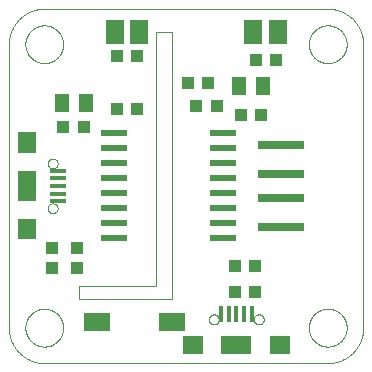
<source format=gtp>
G75*
%MOIN*%
%OFA0B0*%
%FSLAX25Y25*%
%IPPOS*%
%LPD*%
%AMOC8*
5,1,8,0,0,1.08239X$1,22.5*
%
%ADD10C,0.00000*%
%ADD11R,0.05118X0.06299*%
%ADD12R,0.04134X0.04252*%
%ADD13R,0.08661X0.02362*%
%ADD14R,0.06000X0.08000*%
%ADD15R,0.03937X0.04331*%
%ADD16R,0.04331X0.03937*%
%ADD17R,0.05512X0.01575*%
%ADD18R,0.05906X0.07087*%
%ADD19R,0.02756X0.05906*%
%ADD20R,0.05906X0.09843*%
%ADD21R,0.01575X0.05512*%
%ADD22R,0.07087X0.05906*%
%ADD23R,0.05906X0.02756*%
%ADD24R,0.09843X0.05906*%
%ADD25R,0.09055X0.06299*%
%ADD26R,0.15748X0.03150*%
D10*
X0054181Y0045967D02*
X0054181Y0140455D01*
X0059693Y0140455D02*
X0059695Y0140613D01*
X0059701Y0140771D01*
X0059711Y0140929D01*
X0059725Y0141087D01*
X0059743Y0141244D01*
X0059764Y0141401D01*
X0059790Y0141557D01*
X0059820Y0141713D01*
X0059853Y0141868D01*
X0059891Y0142021D01*
X0059932Y0142174D01*
X0059977Y0142326D01*
X0060026Y0142477D01*
X0060079Y0142626D01*
X0060135Y0142774D01*
X0060195Y0142920D01*
X0060259Y0143065D01*
X0060327Y0143208D01*
X0060398Y0143350D01*
X0060472Y0143490D01*
X0060550Y0143627D01*
X0060632Y0143763D01*
X0060716Y0143897D01*
X0060805Y0144028D01*
X0060896Y0144157D01*
X0060991Y0144284D01*
X0061088Y0144409D01*
X0061189Y0144531D01*
X0061293Y0144650D01*
X0061400Y0144767D01*
X0061510Y0144881D01*
X0061623Y0144992D01*
X0061738Y0145101D01*
X0061856Y0145206D01*
X0061977Y0145308D01*
X0062100Y0145408D01*
X0062226Y0145504D01*
X0062354Y0145597D01*
X0062484Y0145687D01*
X0062617Y0145773D01*
X0062752Y0145857D01*
X0062888Y0145936D01*
X0063027Y0146013D01*
X0063168Y0146085D01*
X0063310Y0146155D01*
X0063454Y0146220D01*
X0063600Y0146282D01*
X0063747Y0146340D01*
X0063896Y0146395D01*
X0064046Y0146446D01*
X0064197Y0146493D01*
X0064349Y0146536D01*
X0064502Y0146575D01*
X0064657Y0146611D01*
X0064812Y0146642D01*
X0064968Y0146670D01*
X0065124Y0146694D01*
X0065281Y0146714D01*
X0065439Y0146730D01*
X0065596Y0146742D01*
X0065755Y0146750D01*
X0065913Y0146754D01*
X0066071Y0146754D01*
X0066229Y0146750D01*
X0066388Y0146742D01*
X0066545Y0146730D01*
X0066703Y0146714D01*
X0066860Y0146694D01*
X0067016Y0146670D01*
X0067172Y0146642D01*
X0067327Y0146611D01*
X0067482Y0146575D01*
X0067635Y0146536D01*
X0067787Y0146493D01*
X0067938Y0146446D01*
X0068088Y0146395D01*
X0068237Y0146340D01*
X0068384Y0146282D01*
X0068530Y0146220D01*
X0068674Y0146155D01*
X0068816Y0146085D01*
X0068957Y0146013D01*
X0069096Y0145936D01*
X0069232Y0145857D01*
X0069367Y0145773D01*
X0069500Y0145687D01*
X0069630Y0145597D01*
X0069758Y0145504D01*
X0069884Y0145408D01*
X0070007Y0145308D01*
X0070128Y0145206D01*
X0070246Y0145101D01*
X0070361Y0144992D01*
X0070474Y0144881D01*
X0070584Y0144767D01*
X0070691Y0144650D01*
X0070795Y0144531D01*
X0070896Y0144409D01*
X0070993Y0144284D01*
X0071088Y0144157D01*
X0071179Y0144028D01*
X0071268Y0143897D01*
X0071352Y0143763D01*
X0071434Y0143627D01*
X0071512Y0143490D01*
X0071586Y0143350D01*
X0071657Y0143208D01*
X0071725Y0143065D01*
X0071789Y0142920D01*
X0071849Y0142774D01*
X0071905Y0142626D01*
X0071958Y0142477D01*
X0072007Y0142326D01*
X0072052Y0142174D01*
X0072093Y0142021D01*
X0072131Y0141868D01*
X0072164Y0141713D01*
X0072194Y0141557D01*
X0072220Y0141401D01*
X0072241Y0141244D01*
X0072259Y0141087D01*
X0072273Y0140929D01*
X0072283Y0140771D01*
X0072289Y0140613D01*
X0072291Y0140455D01*
X0072289Y0140297D01*
X0072283Y0140139D01*
X0072273Y0139981D01*
X0072259Y0139823D01*
X0072241Y0139666D01*
X0072220Y0139509D01*
X0072194Y0139353D01*
X0072164Y0139197D01*
X0072131Y0139042D01*
X0072093Y0138889D01*
X0072052Y0138736D01*
X0072007Y0138584D01*
X0071958Y0138433D01*
X0071905Y0138284D01*
X0071849Y0138136D01*
X0071789Y0137990D01*
X0071725Y0137845D01*
X0071657Y0137702D01*
X0071586Y0137560D01*
X0071512Y0137420D01*
X0071434Y0137283D01*
X0071352Y0137147D01*
X0071268Y0137013D01*
X0071179Y0136882D01*
X0071088Y0136753D01*
X0070993Y0136626D01*
X0070896Y0136501D01*
X0070795Y0136379D01*
X0070691Y0136260D01*
X0070584Y0136143D01*
X0070474Y0136029D01*
X0070361Y0135918D01*
X0070246Y0135809D01*
X0070128Y0135704D01*
X0070007Y0135602D01*
X0069884Y0135502D01*
X0069758Y0135406D01*
X0069630Y0135313D01*
X0069500Y0135223D01*
X0069367Y0135137D01*
X0069232Y0135053D01*
X0069096Y0134974D01*
X0068957Y0134897D01*
X0068816Y0134825D01*
X0068674Y0134755D01*
X0068530Y0134690D01*
X0068384Y0134628D01*
X0068237Y0134570D01*
X0068088Y0134515D01*
X0067938Y0134464D01*
X0067787Y0134417D01*
X0067635Y0134374D01*
X0067482Y0134335D01*
X0067327Y0134299D01*
X0067172Y0134268D01*
X0067016Y0134240D01*
X0066860Y0134216D01*
X0066703Y0134196D01*
X0066545Y0134180D01*
X0066388Y0134168D01*
X0066229Y0134160D01*
X0066071Y0134156D01*
X0065913Y0134156D01*
X0065755Y0134160D01*
X0065596Y0134168D01*
X0065439Y0134180D01*
X0065281Y0134196D01*
X0065124Y0134216D01*
X0064968Y0134240D01*
X0064812Y0134268D01*
X0064657Y0134299D01*
X0064502Y0134335D01*
X0064349Y0134374D01*
X0064197Y0134417D01*
X0064046Y0134464D01*
X0063896Y0134515D01*
X0063747Y0134570D01*
X0063600Y0134628D01*
X0063454Y0134690D01*
X0063310Y0134755D01*
X0063168Y0134825D01*
X0063027Y0134897D01*
X0062888Y0134974D01*
X0062752Y0135053D01*
X0062617Y0135137D01*
X0062484Y0135223D01*
X0062354Y0135313D01*
X0062226Y0135406D01*
X0062100Y0135502D01*
X0061977Y0135602D01*
X0061856Y0135704D01*
X0061738Y0135809D01*
X0061623Y0135918D01*
X0061510Y0136029D01*
X0061400Y0136143D01*
X0061293Y0136260D01*
X0061189Y0136379D01*
X0061088Y0136501D01*
X0060991Y0136626D01*
X0060896Y0136753D01*
X0060805Y0136882D01*
X0060716Y0137013D01*
X0060632Y0137147D01*
X0060550Y0137283D01*
X0060472Y0137420D01*
X0060398Y0137560D01*
X0060327Y0137702D01*
X0060259Y0137845D01*
X0060195Y0137990D01*
X0060135Y0138136D01*
X0060079Y0138284D01*
X0060026Y0138433D01*
X0059977Y0138584D01*
X0059932Y0138736D01*
X0059891Y0138889D01*
X0059853Y0139042D01*
X0059820Y0139197D01*
X0059790Y0139353D01*
X0059764Y0139509D01*
X0059743Y0139666D01*
X0059725Y0139823D01*
X0059711Y0139981D01*
X0059701Y0140139D01*
X0059695Y0140297D01*
X0059693Y0140455D01*
X0054181Y0140455D02*
X0054184Y0140740D01*
X0054195Y0141026D01*
X0054212Y0141311D01*
X0054236Y0141595D01*
X0054267Y0141879D01*
X0054305Y0142162D01*
X0054350Y0142443D01*
X0054401Y0142724D01*
X0054459Y0143004D01*
X0054524Y0143282D01*
X0054596Y0143558D01*
X0054674Y0143832D01*
X0054759Y0144105D01*
X0054851Y0144375D01*
X0054949Y0144643D01*
X0055053Y0144909D01*
X0055164Y0145172D01*
X0055281Y0145432D01*
X0055404Y0145690D01*
X0055534Y0145944D01*
X0055670Y0146195D01*
X0055811Y0146443D01*
X0055959Y0146687D01*
X0056112Y0146928D01*
X0056272Y0147164D01*
X0056437Y0147397D01*
X0056607Y0147626D01*
X0056783Y0147851D01*
X0056965Y0148071D01*
X0057151Y0148287D01*
X0057343Y0148498D01*
X0057540Y0148705D01*
X0057742Y0148907D01*
X0057949Y0149104D01*
X0058160Y0149296D01*
X0058376Y0149482D01*
X0058596Y0149664D01*
X0058821Y0149840D01*
X0059050Y0150010D01*
X0059283Y0150175D01*
X0059519Y0150335D01*
X0059760Y0150488D01*
X0060004Y0150636D01*
X0060252Y0150777D01*
X0060503Y0150913D01*
X0060757Y0151043D01*
X0061015Y0151166D01*
X0061275Y0151283D01*
X0061538Y0151394D01*
X0061804Y0151498D01*
X0062072Y0151596D01*
X0062342Y0151688D01*
X0062615Y0151773D01*
X0062889Y0151851D01*
X0063165Y0151923D01*
X0063443Y0151988D01*
X0063723Y0152046D01*
X0064004Y0152097D01*
X0064285Y0152142D01*
X0064568Y0152180D01*
X0064852Y0152211D01*
X0065136Y0152235D01*
X0065421Y0152252D01*
X0065707Y0152263D01*
X0065992Y0152266D01*
X0160480Y0152266D01*
X0154181Y0140455D02*
X0154183Y0140613D01*
X0154189Y0140771D01*
X0154199Y0140929D01*
X0154213Y0141087D01*
X0154231Y0141244D01*
X0154252Y0141401D01*
X0154278Y0141557D01*
X0154308Y0141713D01*
X0154341Y0141868D01*
X0154379Y0142021D01*
X0154420Y0142174D01*
X0154465Y0142326D01*
X0154514Y0142477D01*
X0154567Y0142626D01*
X0154623Y0142774D01*
X0154683Y0142920D01*
X0154747Y0143065D01*
X0154815Y0143208D01*
X0154886Y0143350D01*
X0154960Y0143490D01*
X0155038Y0143627D01*
X0155120Y0143763D01*
X0155204Y0143897D01*
X0155293Y0144028D01*
X0155384Y0144157D01*
X0155479Y0144284D01*
X0155576Y0144409D01*
X0155677Y0144531D01*
X0155781Y0144650D01*
X0155888Y0144767D01*
X0155998Y0144881D01*
X0156111Y0144992D01*
X0156226Y0145101D01*
X0156344Y0145206D01*
X0156465Y0145308D01*
X0156588Y0145408D01*
X0156714Y0145504D01*
X0156842Y0145597D01*
X0156972Y0145687D01*
X0157105Y0145773D01*
X0157240Y0145857D01*
X0157376Y0145936D01*
X0157515Y0146013D01*
X0157656Y0146085D01*
X0157798Y0146155D01*
X0157942Y0146220D01*
X0158088Y0146282D01*
X0158235Y0146340D01*
X0158384Y0146395D01*
X0158534Y0146446D01*
X0158685Y0146493D01*
X0158837Y0146536D01*
X0158990Y0146575D01*
X0159145Y0146611D01*
X0159300Y0146642D01*
X0159456Y0146670D01*
X0159612Y0146694D01*
X0159769Y0146714D01*
X0159927Y0146730D01*
X0160084Y0146742D01*
X0160243Y0146750D01*
X0160401Y0146754D01*
X0160559Y0146754D01*
X0160717Y0146750D01*
X0160876Y0146742D01*
X0161033Y0146730D01*
X0161191Y0146714D01*
X0161348Y0146694D01*
X0161504Y0146670D01*
X0161660Y0146642D01*
X0161815Y0146611D01*
X0161970Y0146575D01*
X0162123Y0146536D01*
X0162275Y0146493D01*
X0162426Y0146446D01*
X0162576Y0146395D01*
X0162725Y0146340D01*
X0162872Y0146282D01*
X0163018Y0146220D01*
X0163162Y0146155D01*
X0163304Y0146085D01*
X0163445Y0146013D01*
X0163584Y0145936D01*
X0163720Y0145857D01*
X0163855Y0145773D01*
X0163988Y0145687D01*
X0164118Y0145597D01*
X0164246Y0145504D01*
X0164372Y0145408D01*
X0164495Y0145308D01*
X0164616Y0145206D01*
X0164734Y0145101D01*
X0164849Y0144992D01*
X0164962Y0144881D01*
X0165072Y0144767D01*
X0165179Y0144650D01*
X0165283Y0144531D01*
X0165384Y0144409D01*
X0165481Y0144284D01*
X0165576Y0144157D01*
X0165667Y0144028D01*
X0165756Y0143897D01*
X0165840Y0143763D01*
X0165922Y0143627D01*
X0166000Y0143490D01*
X0166074Y0143350D01*
X0166145Y0143208D01*
X0166213Y0143065D01*
X0166277Y0142920D01*
X0166337Y0142774D01*
X0166393Y0142626D01*
X0166446Y0142477D01*
X0166495Y0142326D01*
X0166540Y0142174D01*
X0166581Y0142021D01*
X0166619Y0141868D01*
X0166652Y0141713D01*
X0166682Y0141557D01*
X0166708Y0141401D01*
X0166729Y0141244D01*
X0166747Y0141087D01*
X0166761Y0140929D01*
X0166771Y0140771D01*
X0166777Y0140613D01*
X0166779Y0140455D01*
X0166777Y0140297D01*
X0166771Y0140139D01*
X0166761Y0139981D01*
X0166747Y0139823D01*
X0166729Y0139666D01*
X0166708Y0139509D01*
X0166682Y0139353D01*
X0166652Y0139197D01*
X0166619Y0139042D01*
X0166581Y0138889D01*
X0166540Y0138736D01*
X0166495Y0138584D01*
X0166446Y0138433D01*
X0166393Y0138284D01*
X0166337Y0138136D01*
X0166277Y0137990D01*
X0166213Y0137845D01*
X0166145Y0137702D01*
X0166074Y0137560D01*
X0166000Y0137420D01*
X0165922Y0137283D01*
X0165840Y0137147D01*
X0165756Y0137013D01*
X0165667Y0136882D01*
X0165576Y0136753D01*
X0165481Y0136626D01*
X0165384Y0136501D01*
X0165283Y0136379D01*
X0165179Y0136260D01*
X0165072Y0136143D01*
X0164962Y0136029D01*
X0164849Y0135918D01*
X0164734Y0135809D01*
X0164616Y0135704D01*
X0164495Y0135602D01*
X0164372Y0135502D01*
X0164246Y0135406D01*
X0164118Y0135313D01*
X0163988Y0135223D01*
X0163855Y0135137D01*
X0163720Y0135053D01*
X0163584Y0134974D01*
X0163445Y0134897D01*
X0163304Y0134825D01*
X0163162Y0134755D01*
X0163018Y0134690D01*
X0162872Y0134628D01*
X0162725Y0134570D01*
X0162576Y0134515D01*
X0162426Y0134464D01*
X0162275Y0134417D01*
X0162123Y0134374D01*
X0161970Y0134335D01*
X0161815Y0134299D01*
X0161660Y0134268D01*
X0161504Y0134240D01*
X0161348Y0134216D01*
X0161191Y0134196D01*
X0161033Y0134180D01*
X0160876Y0134168D01*
X0160717Y0134160D01*
X0160559Y0134156D01*
X0160401Y0134156D01*
X0160243Y0134160D01*
X0160084Y0134168D01*
X0159927Y0134180D01*
X0159769Y0134196D01*
X0159612Y0134216D01*
X0159456Y0134240D01*
X0159300Y0134268D01*
X0159145Y0134299D01*
X0158990Y0134335D01*
X0158837Y0134374D01*
X0158685Y0134417D01*
X0158534Y0134464D01*
X0158384Y0134515D01*
X0158235Y0134570D01*
X0158088Y0134628D01*
X0157942Y0134690D01*
X0157798Y0134755D01*
X0157656Y0134825D01*
X0157515Y0134897D01*
X0157376Y0134974D01*
X0157240Y0135053D01*
X0157105Y0135137D01*
X0156972Y0135223D01*
X0156842Y0135313D01*
X0156714Y0135406D01*
X0156588Y0135502D01*
X0156465Y0135602D01*
X0156344Y0135704D01*
X0156226Y0135809D01*
X0156111Y0135918D01*
X0155998Y0136029D01*
X0155888Y0136143D01*
X0155781Y0136260D01*
X0155677Y0136379D01*
X0155576Y0136501D01*
X0155479Y0136626D01*
X0155384Y0136753D01*
X0155293Y0136882D01*
X0155204Y0137013D01*
X0155120Y0137147D01*
X0155038Y0137283D01*
X0154960Y0137420D01*
X0154886Y0137560D01*
X0154815Y0137702D01*
X0154747Y0137845D01*
X0154683Y0137990D01*
X0154623Y0138136D01*
X0154567Y0138284D01*
X0154514Y0138433D01*
X0154465Y0138584D01*
X0154420Y0138736D01*
X0154379Y0138889D01*
X0154341Y0139042D01*
X0154308Y0139197D01*
X0154278Y0139353D01*
X0154252Y0139509D01*
X0154231Y0139666D01*
X0154213Y0139823D01*
X0154199Y0139981D01*
X0154189Y0140139D01*
X0154183Y0140297D01*
X0154181Y0140455D01*
X0160480Y0152266D02*
X0160765Y0152263D01*
X0161051Y0152252D01*
X0161336Y0152235D01*
X0161620Y0152211D01*
X0161904Y0152180D01*
X0162187Y0152142D01*
X0162468Y0152097D01*
X0162749Y0152046D01*
X0163029Y0151988D01*
X0163307Y0151923D01*
X0163583Y0151851D01*
X0163857Y0151773D01*
X0164130Y0151688D01*
X0164400Y0151596D01*
X0164668Y0151498D01*
X0164934Y0151394D01*
X0165197Y0151283D01*
X0165457Y0151166D01*
X0165715Y0151043D01*
X0165969Y0150913D01*
X0166220Y0150777D01*
X0166468Y0150636D01*
X0166712Y0150488D01*
X0166953Y0150335D01*
X0167189Y0150175D01*
X0167422Y0150010D01*
X0167651Y0149840D01*
X0167876Y0149664D01*
X0168096Y0149482D01*
X0168312Y0149296D01*
X0168523Y0149104D01*
X0168730Y0148907D01*
X0168932Y0148705D01*
X0169129Y0148498D01*
X0169321Y0148287D01*
X0169507Y0148071D01*
X0169689Y0147851D01*
X0169865Y0147626D01*
X0170035Y0147397D01*
X0170200Y0147164D01*
X0170360Y0146928D01*
X0170513Y0146687D01*
X0170661Y0146443D01*
X0170802Y0146195D01*
X0170938Y0145944D01*
X0171068Y0145690D01*
X0171191Y0145432D01*
X0171308Y0145172D01*
X0171419Y0144909D01*
X0171523Y0144643D01*
X0171621Y0144375D01*
X0171713Y0144105D01*
X0171798Y0143832D01*
X0171876Y0143558D01*
X0171948Y0143282D01*
X0172013Y0143004D01*
X0172071Y0142724D01*
X0172122Y0142443D01*
X0172167Y0142162D01*
X0172205Y0141879D01*
X0172236Y0141595D01*
X0172260Y0141311D01*
X0172277Y0141026D01*
X0172288Y0140740D01*
X0172291Y0140455D01*
X0172291Y0045967D01*
X0154181Y0045967D02*
X0154183Y0046125D01*
X0154189Y0046283D01*
X0154199Y0046441D01*
X0154213Y0046599D01*
X0154231Y0046756D01*
X0154252Y0046913D01*
X0154278Y0047069D01*
X0154308Y0047225D01*
X0154341Y0047380D01*
X0154379Y0047533D01*
X0154420Y0047686D01*
X0154465Y0047838D01*
X0154514Y0047989D01*
X0154567Y0048138D01*
X0154623Y0048286D01*
X0154683Y0048432D01*
X0154747Y0048577D01*
X0154815Y0048720D01*
X0154886Y0048862D01*
X0154960Y0049002D01*
X0155038Y0049139D01*
X0155120Y0049275D01*
X0155204Y0049409D01*
X0155293Y0049540D01*
X0155384Y0049669D01*
X0155479Y0049796D01*
X0155576Y0049921D01*
X0155677Y0050043D01*
X0155781Y0050162D01*
X0155888Y0050279D01*
X0155998Y0050393D01*
X0156111Y0050504D01*
X0156226Y0050613D01*
X0156344Y0050718D01*
X0156465Y0050820D01*
X0156588Y0050920D01*
X0156714Y0051016D01*
X0156842Y0051109D01*
X0156972Y0051199D01*
X0157105Y0051285D01*
X0157240Y0051369D01*
X0157376Y0051448D01*
X0157515Y0051525D01*
X0157656Y0051597D01*
X0157798Y0051667D01*
X0157942Y0051732D01*
X0158088Y0051794D01*
X0158235Y0051852D01*
X0158384Y0051907D01*
X0158534Y0051958D01*
X0158685Y0052005D01*
X0158837Y0052048D01*
X0158990Y0052087D01*
X0159145Y0052123D01*
X0159300Y0052154D01*
X0159456Y0052182D01*
X0159612Y0052206D01*
X0159769Y0052226D01*
X0159927Y0052242D01*
X0160084Y0052254D01*
X0160243Y0052262D01*
X0160401Y0052266D01*
X0160559Y0052266D01*
X0160717Y0052262D01*
X0160876Y0052254D01*
X0161033Y0052242D01*
X0161191Y0052226D01*
X0161348Y0052206D01*
X0161504Y0052182D01*
X0161660Y0052154D01*
X0161815Y0052123D01*
X0161970Y0052087D01*
X0162123Y0052048D01*
X0162275Y0052005D01*
X0162426Y0051958D01*
X0162576Y0051907D01*
X0162725Y0051852D01*
X0162872Y0051794D01*
X0163018Y0051732D01*
X0163162Y0051667D01*
X0163304Y0051597D01*
X0163445Y0051525D01*
X0163584Y0051448D01*
X0163720Y0051369D01*
X0163855Y0051285D01*
X0163988Y0051199D01*
X0164118Y0051109D01*
X0164246Y0051016D01*
X0164372Y0050920D01*
X0164495Y0050820D01*
X0164616Y0050718D01*
X0164734Y0050613D01*
X0164849Y0050504D01*
X0164962Y0050393D01*
X0165072Y0050279D01*
X0165179Y0050162D01*
X0165283Y0050043D01*
X0165384Y0049921D01*
X0165481Y0049796D01*
X0165576Y0049669D01*
X0165667Y0049540D01*
X0165756Y0049409D01*
X0165840Y0049275D01*
X0165922Y0049139D01*
X0166000Y0049002D01*
X0166074Y0048862D01*
X0166145Y0048720D01*
X0166213Y0048577D01*
X0166277Y0048432D01*
X0166337Y0048286D01*
X0166393Y0048138D01*
X0166446Y0047989D01*
X0166495Y0047838D01*
X0166540Y0047686D01*
X0166581Y0047533D01*
X0166619Y0047380D01*
X0166652Y0047225D01*
X0166682Y0047069D01*
X0166708Y0046913D01*
X0166729Y0046756D01*
X0166747Y0046599D01*
X0166761Y0046441D01*
X0166771Y0046283D01*
X0166777Y0046125D01*
X0166779Y0045967D01*
X0166777Y0045809D01*
X0166771Y0045651D01*
X0166761Y0045493D01*
X0166747Y0045335D01*
X0166729Y0045178D01*
X0166708Y0045021D01*
X0166682Y0044865D01*
X0166652Y0044709D01*
X0166619Y0044554D01*
X0166581Y0044401D01*
X0166540Y0044248D01*
X0166495Y0044096D01*
X0166446Y0043945D01*
X0166393Y0043796D01*
X0166337Y0043648D01*
X0166277Y0043502D01*
X0166213Y0043357D01*
X0166145Y0043214D01*
X0166074Y0043072D01*
X0166000Y0042932D01*
X0165922Y0042795D01*
X0165840Y0042659D01*
X0165756Y0042525D01*
X0165667Y0042394D01*
X0165576Y0042265D01*
X0165481Y0042138D01*
X0165384Y0042013D01*
X0165283Y0041891D01*
X0165179Y0041772D01*
X0165072Y0041655D01*
X0164962Y0041541D01*
X0164849Y0041430D01*
X0164734Y0041321D01*
X0164616Y0041216D01*
X0164495Y0041114D01*
X0164372Y0041014D01*
X0164246Y0040918D01*
X0164118Y0040825D01*
X0163988Y0040735D01*
X0163855Y0040649D01*
X0163720Y0040565D01*
X0163584Y0040486D01*
X0163445Y0040409D01*
X0163304Y0040337D01*
X0163162Y0040267D01*
X0163018Y0040202D01*
X0162872Y0040140D01*
X0162725Y0040082D01*
X0162576Y0040027D01*
X0162426Y0039976D01*
X0162275Y0039929D01*
X0162123Y0039886D01*
X0161970Y0039847D01*
X0161815Y0039811D01*
X0161660Y0039780D01*
X0161504Y0039752D01*
X0161348Y0039728D01*
X0161191Y0039708D01*
X0161033Y0039692D01*
X0160876Y0039680D01*
X0160717Y0039672D01*
X0160559Y0039668D01*
X0160401Y0039668D01*
X0160243Y0039672D01*
X0160084Y0039680D01*
X0159927Y0039692D01*
X0159769Y0039708D01*
X0159612Y0039728D01*
X0159456Y0039752D01*
X0159300Y0039780D01*
X0159145Y0039811D01*
X0158990Y0039847D01*
X0158837Y0039886D01*
X0158685Y0039929D01*
X0158534Y0039976D01*
X0158384Y0040027D01*
X0158235Y0040082D01*
X0158088Y0040140D01*
X0157942Y0040202D01*
X0157798Y0040267D01*
X0157656Y0040337D01*
X0157515Y0040409D01*
X0157376Y0040486D01*
X0157240Y0040565D01*
X0157105Y0040649D01*
X0156972Y0040735D01*
X0156842Y0040825D01*
X0156714Y0040918D01*
X0156588Y0041014D01*
X0156465Y0041114D01*
X0156344Y0041216D01*
X0156226Y0041321D01*
X0156111Y0041430D01*
X0155998Y0041541D01*
X0155888Y0041655D01*
X0155781Y0041772D01*
X0155677Y0041891D01*
X0155576Y0042013D01*
X0155479Y0042138D01*
X0155384Y0042265D01*
X0155293Y0042394D01*
X0155204Y0042525D01*
X0155120Y0042659D01*
X0155038Y0042795D01*
X0154960Y0042932D01*
X0154886Y0043072D01*
X0154815Y0043214D01*
X0154747Y0043357D01*
X0154683Y0043502D01*
X0154623Y0043648D01*
X0154567Y0043796D01*
X0154514Y0043945D01*
X0154465Y0044096D01*
X0154420Y0044248D01*
X0154379Y0044401D01*
X0154341Y0044554D01*
X0154308Y0044709D01*
X0154278Y0044865D01*
X0154252Y0045021D01*
X0154231Y0045178D01*
X0154213Y0045335D01*
X0154199Y0045493D01*
X0154189Y0045651D01*
X0154183Y0045809D01*
X0154181Y0045967D01*
X0160480Y0034156D02*
X0160765Y0034159D01*
X0161051Y0034170D01*
X0161336Y0034187D01*
X0161620Y0034211D01*
X0161904Y0034242D01*
X0162187Y0034280D01*
X0162468Y0034325D01*
X0162749Y0034376D01*
X0163029Y0034434D01*
X0163307Y0034499D01*
X0163583Y0034571D01*
X0163857Y0034649D01*
X0164130Y0034734D01*
X0164400Y0034826D01*
X0164668Y0034924D01*
X0164934Y0035028D01*
X0165197Y0035139D01*
X0165457Y0035256D01*
X0165715Y0035379D01*
X0165969Y0035509D01*
X0166220Y0035645D01*
X0166468Y0035786D01*
X0166712Y0035934D01*
X0166953Y0036087D01*
X0167189Y0036247D01*
X0167422Y0036412D01*
X0167651Y0036582D01*
X0167876Y0036758D01*
X0168096Y0036940D01*
X0168312Y0037126D01*
X0168523Y0037318D01*
X0168730Y0037515D01*
X0168932Y0037717D01*
X0169129Y0037924D01*
X0169321Y0038135D01*
X0169507Y0038351D01*
X0169689Y0038571D01*
X0169865Y0038796D01*
X0170035Y0039025D01*
X0170200Y0039258D01*
X0170360Y0039494D01*
X0170513Y0039735D01*
X0170661Y0039979D01*
X0170802Y0040227D01*
X0170938Y0040478D01*
X0171068Y0040732D01*
X0171191Y0040990D01*
X0171308Y0041250D01*
X0171419Y0041513D01*
X0171523Y0041779D01*
X0171621Y0042047D01*
X0171713Y0042317D01*
X0171798Y0042590D01*
X0171876Y0042864D01*
X0171948Y0043140D01*
X0172013Y0043418D01*
X0172071Y0043698D01*
X0172122Y0043979D01*
X0172167Y0044260D01*
X0172205Y0044543D01*
X0172236Y0044827D01*
X0172260Y0045111D01*
X0172277Y0045396D01*
X0172288Y0045682D01*
X0172291Y0045967D01*
X0160480Y0034156D02*
X0065992Y0034156D01*
X0059693Y0045967D02*
X0059695Y0046125D01*
X0059701Y0046283D01*
X0059711Y0046441D01*
X0059725Y0046599D01*
X0059743Y0046756D01*
X0059764Y0046913D01*
X0059790Y0047069D01*
X0059820Y0047225D01*
X0059853Y0047380D01*
X0059891Y0047533D01*
X0059932Y0047686D01*
X0059977Y0047838D01*
X0060026Y0047989D01*
X0060079Y0048138D01*
X0060135Y0048286D01*
X0060195Y0048432D01*
X0060259Y0048577D01*
X0060327Y0048720D01*
X0060398Y0048862D01*
X0060472Y0049002D01*
X0060550Y0049139D01*
X0060632Y0049275D01*
X0060716Y0049409D01*
X0060805Y0049540D01*
X0060896Y0049669D01*
X0060991Y0049796D01*
X0061088Y0049921D01*
X0061189Y0050043D01*
X0061293Y0050162D01*
X0061400Y0050279D01*
X0061510Y0050393D01*
X0061623Y0050504D01*
X0061738Y0050613D01*
X0061856Y0050718D01*
X0061977Y0050820D01*
X0062100Y0050920D01*
X0062226Y0051016D01*
X0062354Y0051109D01*
X0062484Y0051199D01*
X0062617Y0051285D01*
X0062752Y0051369D01*
X0062888Y0051448D01*
X0063027Y0051525D01*
X0063168Y0051597D01*
X0063310Y0051667D01*
X0063454Y0051732D01*
X0063600Y0051794D01*
X0063747Y0051852D01*
X0063896Y0051907D01*
X0064046Y0051958D01*
X0064197Y0052005D01*
X0064349Y0052048D01*
X0064502Y0052087D01*
X0064657Y0052123D01*
X0064812Y0052154D01*
X0064968Y0052182D01*
X0065124Y0052206D01*
X0065281Y0052226D01*
X0065439Y0052242D01*
X0065596Y0052254D01*
X0065755Y0052262D01*
X0065913Y0052266D01*
X0066071Y0052266D01*
X0066229Y0052262D01*
X0066388Y0052254D01*
X0066545Y0052242D01*
X0066703Y0052226D01*
X0066860Y0052206D01*
X0067016Y0052182D01*
X0067172Y0052154D01*
X0067327Y0052123D01*
X0067482Y0052087D01*
X0067635Y0052048D01*
X0067787Y0052005D01*
X0067938Y0051958D01*
X0068088Y0051907D01*
X0068237Y0051852D01*
X0068384Y0051794D01*
X0068530Y0051732D01*
X0068674Y0051667D01*
X0068816Y0051597D01*
X0068957Y0051525D01*
X0069096Y0051448D01*
X0069232Y0051369D01*
X0069367Y0051285D01*
X0069500Y0051199D01*
X0069630Y0051109D01*
X0069758Y0051016D01*
X0069884Y0050920D01*
X0070007Y0050820D01*
X0070128Y0050718D01*
X0070246Y0050613D01*
X0070361Y0050504D01*
X0070474Y0050393D01*
X0070584Y0050279D01*
X0070691Y0050162D01*
X0070795Y0050043D01*
X0070896Y0049921D01*
X0070993Y0049796D01*
X0071088Y0049669D01*
X0071179Y0049540D01*
X0071268Y0049409D01*
X0071352Y0049275D01*
X0071434Y0049139D01*
X0071512Y0049002D01*
X0071586Y0048862D01*
X0071657Y0048720D01*
X0071725Y0048577D01*
X0071789Y0048432D01*
X0071849Y0048286D01*
X0071905Y0048138D01*
X0071958Y0047989D01*
X0072007Y0047838D01*
X0072052Y0047686D01*
X0072093Y0047533D01*
X0072131Y0047380D01*
X0072164Y0047225D01*
X0072194Y0047069D01*
X0072220Y0046913D01*
X0072241Y0046756D01*
X0072259Y0046599D01*
X0072273Y0046441D01*
X0072283Y0046283D01*
X0072289Y0046125D01*
X0072291Y0045967D01*
X0072289Y0045809D01*
X0072283Y0045651D01*
X0072273Y0045493D01*
X0072259Y0045335D01*
X0072241Y0045178D01*
X0072220Y0045021D01*
X0072194Y0044865D01*
X0072164Y0044709D01*
X0072131Y0044554D01*
X0072093Y0044401D01*
X0072052Y0044248D01*
X0072007Y0044096D01*
X0071958Y0043945D01*
X0071905Y0043796D01*
X0071849Y0043648D01*
X0071789Y0043502D01*
X0071725Y0043357D01*
X0071657Y0043214D01*
X0071586Y0043072D01*
X0071512Y0042932D01*
X0071434Y0042795D01*
X0071352Y0042659D01*
X0071268Y0042525D01*
X0071179Y0042394D01*
X0071088Y0042265D01*
X0070993Y0042138D01*
X0070896Y0042013D01*
X0070795Y0041891D01*
X0070691Y0041772D01*
X0070584Y0041655D01*
X0070474Y0041541D01*
X0070361Y0041430D01*
X0070246Y0041321D01*
X0070128Y0041216D01*
X0070007Y0041114D01*
X0069884Y0041014D01*
X0069758Y0040918D01*
X0069630Y0040825D01*
X0069500Y0040735D01*
X0069367Y0040649D01*
X0069232Y0040565D01*
X0069096Y0040486D01*
X0068957Y0040409D01*
X0068816Y0040337D01*
X0068674Y0040267D01*
X0068530Y0040202D01*
X0068384Y0040140D01*
X0068237Y0040082D01*
X0068088Y0040027D01*
X0067938Y0039976D01*
X0067787Y0039929D01*
X0067635Y0039886D01*
X0067482Y0039847D01*
X0067327Y0039811D01*
X0067172Y0039780D01*
X0067016Y0039752D01*
X0066860Y0039728D01*
X0066703Y0039708D01*
X0066545Y0039692D01*
X0066388Y0039680D01*
X0066229Y0039672D01*
X0066071Y0039668D01*
X0065913Y0039668D01*
X0065755Y0039672D01*
X0065596Y0039680D01*
X0065439Y0039692D01*
X0065281Y0039708D01*
X0065124Y0039728D01*
X0064968Y0039752D01*
X0064812Y0039780D01*
X0064657Y0039811D01*
X0064502Y0039847D01*
X0064349Y0039886D01*
X0064197Y0039929D01*
X0064046Y0039976D01*
X0063896Y0040027D01*
X0063747Y0040082D01*
X0063600Y0040140D01*
X0063454Y0040202D01*
X0063310Y0040267D01*
X0063168Y0040337D01*
X0063027Y0040409D01*
X0062888Y0040486D01*
X0062752Y0040565D01*
X0062617Y0040649D01*
X0062484Y0040735D01*
X0062354Y0040825D01*
X0062226Y0040918D01*
X0062100Y0041014D01*
X0061977Y0041114D01*
X0061856Y0041216D01*
X0061738Y0041321D01*
X0061623Y0041430D01*
X0061510Y0041541D01*
X0061400Y0041655D01*
X0061293Y0041772D01*
X0061189Y0041891D01*
X0061088Y0042013D01*
X0060991Y0042138D01*
X0060896Y0042265D01*
X0060805Y0042394D01*
X0060716Y0042525D01*
X0060632Y0042659D01*
X0060550Y0042795D01*
X0060472Y0042932D01*
X0060398Y0043072D01*
X0060327Y0043214D01*
X0060259Y0043357D01*
X0060195Y0043502D01*
X0060135Y0043648D01*
X0060079Y0043796D01*
X0060026Y0043945D01*
X0059977Y0044096D01*
X0059932Y0044248D01*
X0059891Y0044401D01*
X0059853Y0044554D01*
X0059820Y0044709D01*
X0059790Y0044865D01*
X0059764Y0045021D01*
X0059743Y0045178D01*
X0059725Y0045335D01*
X0059711Y0045493D01*
X0059701Y0045651D01*
X0059695Y0045809D01*
X0059693Y0045967D01*
X0054181Y0045967D02*
X0054184Y0045682D01*
X0054195Y0045396D01*
X0054212Y0045111D01*
X0054236Y0044827D01*
X0054267Y0044543D01*
X0054305Y0044260D01*
X0054350Y0043979D01*
X0054401Y0043698D01*
X0054459Y0043418D01*
X0054524Y0043140D01*
X0054596Y0042864D01*
X0054674Y0042590D01*
X0054759Y0042317D01*
X0054851Y0042047D01*
X0054949Y0041779D01*
X0055053Y0041513D01*
X0055164Y0041250D01*
X0055281Y0040990D01*
X0055404Y0040732D01*
X0055534Y0040478D01*
X0055670Y0040227D01*
X0055811Y0039979D01*
X0055959Y0039735D01*
X0056112Y0039494D01*
X0056272Y0039258D01*
X0056437Y0039025D01*
X0056607Y0038796D01*
X0056783Y0038571D01*
X0056965Y0038351D01*
X0057151Y0038135D01*
X0057343Y0037924D01*
X0057540Y0037717D01*
X0057742Y0037515D01*
X0057949Y0037318D01*
X0058160Y0037126D01*
X0058376Y0036940D01*
X0058596Y0036758D01*
X0058821Y0036582D01*
X0059050Y0036412D01*
X0059283Y0036247D01*
X0059519Y0036087D01*
X0059760Y0035934D01*
X0060004Y0035786D01*
X0060252Y0035645D01*
X0060503Y0035509D01*
X0060757Y0035379D01*
X0061015Y0035256D01*
X0061275Y0035139D01*
X0061538Y0035028D01*
X0061804Y0034924D01*
X0062072Y0034826D01*
X0062342Y0034734D01*
X0062615Y0034649D01*
X0062889Y0034571D01*
X0063165Y0034499D01*
X0063443Y0034434D01*
X0063723Y0034376D01*
X0064004Y0034325D01*
X0064285Y0034280D01*
X0064568Y0034242D01*
X0064852Y0034211D01*
X0065136Y0034187D01*
X0065421Y0034170D01*
X0065707Y0034159D01*
X0065992Y0034156D01*
X0077409Y0055416D02*
X0077409Y0059944D01*
X0103197Y0059944D01*
X0103197Y0144589D01*
X0108512Y0144589D01*
X0108512Y0055416D01*
X0103197Y0055416D01*
X0077409Y0055416D01*
X0067075Y0085731D02*
X0067077Y0085812D01*
X0067083Y0085894D01*
X0067093Y0085975D01*
X0067107Y0086055D01*
X0067124Y0086134D01*
X0067146Y0086213D01*
X0067171Y0086290D01*
X0067200Y0086367D01*
X0067233Y0086441D01*
X0067270Y0086514D01*
X0067309Y0086585D01*
X0067353Y0086654D01*
X0067399Y0086721D01*
X0067449Y0086785D01*
X0067502Y0086847D01*
X0067558Y0086907D01*
X0067616Y0086963D01*
X0067678Y0087017D01*
X0067742Y0087068D01*
X0067808Y0087115D01*
X0067876Y0087159D01*
X0067947Y0087200D01*
X0068019Y0087237D01*
X0068094Y0087271D01*
X0068169Y0087301D01*
X0068247Y0087327D01*
X0068325Y0087350D01*
X0068404Y0087368D01*
X0068484Y0087383D01*
X0068565Y0087394D01*
X0068646Y0087401D01*
X0068728Y0087404D01*
X0068809Y0087403D01*
X0068890Y0087398D01*
X0068971Y0087389D01*
X0069052Y0087376D01*
X0069132Y0087359D01*
X0069210Y0087339D01*
X0069288Y0087314D01*
X0069365Y0087286D01*
X0069440Y0087254D01*
X0069513Y0087219D01*
X0069584Y0087180D01*
X0069654Y0087137D01*
X0069721Y0087092D01*
X0069787Y0087043D01*
X0069849Y0086991D01*
X0069909Y0086935D01*
X0069966Y0086877D01*
X0070021Y0086817D01*
X0070072Y0086753D01*
X0070120Y0086688D01*
X0070165Y0086620D01*
X0070207Y0086550D01*
X0070245Y0086478D01*
X0070280Y0086404D01*
X0070311Y0086329D01*
X0070338Y0086252D01*
X0070361Y0086174D01*
X0070381Y0086095D01*
X0070397Y0086015D01*
X0070409Y0085934D01*
X0070417Y0085853D01*
X0070421Y0085772D01*
X0070421Y0085690D01*
X0070417Y0085609D01*
X0070409Y0085528D01*
X0070397Y0085447D01*
X0070381Y0085367D01*
X0070361Y0085288D01*
X0070338Y0085210D01*
X0070311Y0085133D01*
X0070280Y0085058D01*
X0070245Y0084984D01*
X0070207Y0084912D01*
X0070165Y0084842D01*
X0070120Y0084774D01*
X0070072Y0084709D01*
X0070021Y0084645D01*
X0069966Y0084585D01*
X0069909Y0084527D01*
X0069849Y0084471D01*
X0069787Y0084419D01*
X0069721Y0084370D01*
X0069654Y0084325D01*
X0069585Y0084282D01*
X0069513Y0084243D01*
X0069440Y0084208D01*
X0069365Y0084176D01*
X0069288Y0084148D01*
X0069210Y0084123D01*
X0069132Y0084103D01*
X0069052Y0084086D01*
X0068971Y0084073D01*
X0068890Y0084064D01*
X0068809Y0084059D01*
X0068728Y0084058D01*
X0068646Y0084061D01*
X0068565Y0084068D01*
X0068484Y0084079D01*
X0068404Y0084094D01*
X0068325Y0084112D01*
X0068247Y0084135D01*
X0068169Y0084161D01*
X0068094Y0084191D01*
X0068019Y0084225D01*
X0067947Y0084262D01*
X0067876Y0084303D01*
X0067808Y0084347D01*
X0067742Y0084394D01*
X0067678Y0084445D01*
X0067616Y0084499D01*
X0067558Y0084555D01*
X0067502Y0084615D01*
X0067449Y0084677D01*
X0067399Y0084741D01*
X0067353Y0084808D01*
X0067309Y0084877D01*
X0067270Y0084948D01*
X0067233Y0085021D01*
X0067200Y0085095D01*
X0067171Y0085172D01*
X0067146Y0085249D01*
X0067124Y0085328D01*
X0067107Y0085407D01*
X0067093Y0085487D01*
X0067083Y0085568D01*
X0067077Y0085650D01*
X0067075Y0085731D01*
X0067075Y0100692D02*
X0067077Y0100773D01*
X0067083Y0100855D01*
X0067093Y0100936D01*
X0067107Y0101016D01*
X0067124Y0101095D01*
X0067146Y0101174D01*
X0067171Y0101251D01*
X0067200Y0101328D01*
X0067233Y0101402D01*
X0067270Y0101475D01*
X0067309Y0101546D01*
X0067353Y0101615D01*
X0067399Y0101682D01*
X0067449Y0101746D01*
X0067502Y0101808D01*
X0067558Y0101868D01*
X0067616Y0101924D01*
X0067678Y0101978D01*
X0067742Y0102029D01*
X0067808Y0102076D01*
X0067876Y0102120D01*
X0067947Y0102161D01*
X0068019Y0102198D01*
X0068094Y0102232D01*
X0068169Y0102262D01*
X0068247Y0102288D01*
X0068325Y0102311D01*
X0068404Y0102329D01*
X0068484Y0102344D01*
X0068565Y0102355D01*
X0068646Y0102362D01*
X0068728Y0102365D01*
X0068809Y0102364D01*
X0068890Y0102359D01*
X0068971Y0102350D01*
X0069052Y0102337D01*
X0069132Y0102320D01*
X0069210Y0102300D01*
X0069288Y0102275D01*
X0069365Y0102247D01*
X0069440Y0102215D01*
X0069513Y0102180D01*
X0069584Y0102141D01*
X0069654Y0102098D01*
X0069721Y0102053D01*
X0069787Y0102004D01*
X0069849Y0101952D01*
X0069909Y0101896D01*
X0069966Y0101838D01*
X0070021Y0101778D01*
X0070072Y0101714D01*
X0070120Y0101649D01*
X0070165Y0101581D01*
X0070207Y0101511D01*
X0070245Y0101439D01*
X0070280Y0101365D01*
X0070311Y0101290D01*
X0070338Y0101213D01*
X0070361Y0101135D01*
X0070381Y0101056D01*
X0070397Y0100976D01*
X0070409Y0100895D01*
X0070417Y0100814D01*
X0070421Y0100733D01*
X0070421Y0100651D01*
X0070417Y0100570D01*
X0070409Y0100489D01*
X0070397Y0100408D01*
X0070381Y0100328D01*
X0070361Y0100249D01*
X0070338Y0100171D01*
X0070311Y0100094D01*
X0070280Y0100019D01*
X0070245Y0099945D01*
X0070207Y0099873D01*
X0070165Y0099803D01*
X0070120Y0099735D01*
X0070072Y0099670D01*
X0070021Y0099606D01*
X0069966Y0099546D01*
X0069909Y0099488D01*
X0069849Y0099432D01*
X0069787Y0099380D01*
X0069721Y0099331D01*
X0069654Y0099286D01*
X0069585Y0099243D01*
X0069513Y0099204D01*
X0069440Y0099169D01*
X0069365Y0099137D01*
X0069288Y0099109D01*
X0069210Y0099084D01*
X0069132Y0099064D01*
X0069052Y0099047D01*
X0068971Y0099034D01*
X0068890Y0099025D01*
X0068809Y0099020D01*
X0068728Y0099019D01*
X0068646Y0099022D01*
X0068565Y0099029D01*
X0068484Y0099040D01*
X0068404Y0099055D01*
X0068325Y0099073D01*
X0068247Y0099096D01*
X0068169Y0099122D01*
X0068094Y0099152D01*
X0068019Y0099186D01*
X0067947Y0099223D01*
X0067876Y0099264D01*
X0067808Y0099308D01*
X0067742Y0099355D01*
X0067678Y0099406D01*
X0067616Y0099460D01*
X0067558Y0099516D01*
X0067502Y0099576D01*
X0067449Y0099638D01*
X0067399Y0099702D01*
X0067353Y0099769D01*
X0067309Y0099838D01*
X0067270Y0099909D01*
X0067233Y0099982D01*
X0067200Y0100056D01*
X0067171Y0100133D01*
X0067146Y0100210D01*
X0067124Y0100289D01*
X0067107Y0100368D01*
X0067093Y0100448D01*
X0067083Y0100529D01*
X0067077Y0100611D01*
X0067075Y0100692D01*
X0120815Y0048723D02*
X0120817Y0048804D01*
X0120823Y0048886D01*
X0120833Y0048967D01*
X0120847Y0049047D01*
X0120864Y0049126D01*
X0120886Y0049205D01*
X0120911Y0049282D01*
X0120940Y0049359D01*
X0120973Y0049433D01*
X0121010Y0049506D01*
X0121049Y0049577D01*
X0121093Y0049646D01*
X0121139Y0049713D01*
X0121189Y0049777D01*
X0121242Y0049839D01*
X0121298Y0049899D01*
X0121356Y0049955D01*
X0121418Y0050009D01*
X0121482Y0050060D01*
X0121548Y0050107D01*
X0121616Y0050151D01*
X0121687Y0050192D01*
X0121759Y0050229D01*
X0121834Y0050263D01*
X0121909Y0050293D01*
X0121987Y0050319D01*
X0122065Y0050342D01*
X0122144Y0050360D01*
X0122224Y0050375D01*
X0122305Y0050386D01*
X0122386Y0050393D01*
X0122468Y0050396D01*
X0122549Y0050395D01*
X0122630Y0050390D01*
X0122711Y0050381D01*
X0122792Y0050368D01*
X0122872Y0050351D01*
X0122950Y0050331D01*
X0123028Y0050306D01*
X0123105Y0050278D01*
X0123180Y0050246D01*
X0123253Y0050211D01*
X0123324Y0050172D01*
X0123394Y0050129D01*
X0123461Y0050084D01*
X0123527Y0050035D01*
X0123589Y0049983D01*
X0123649Y0049927D01*
X0123706Y0049869D01*
X0123761Y0049809D01*
X0123812Y0049745D01*
X0123860Y0049680D01*
X0123905Y0049612D01*
X0123947Y0049542D01*
X0123985Y0049470D01*
X0124020Y0049396D01*
X0124051Y0049321D01*
X0124078Y0049244D01*
X0124101Y0049166D01*
X0124121Y0049087D01*
X0124137Y0049007D01*
X0124149Y0048926D01*
X0124157Y0048845D01*
X0124161Y0048764D01*
X0124161Y0048682D01*
X0124157Y0048601D01*
X0124149Y0048520D01*
X0124137Y0048439D01*
X0124121Y0048359D01*
X0124101Y0048280D01*
X0124078Y0048202D01*
X0124051Y0048125D01*
X0124020Y0048050D01*
X0123985Y0047976D01*
X0123947Y0047904D01*
X0123905Y0047834D01*
X0123860Y0047766D01*
X0123812Y0047701D01*
X0123761Y0047637D01*
X0123706Y0047577D01*
X0123649Y0047519D01*
X0123589Y0047463D01*
X0123527Y0047411D01*
X0123461Y0047362D01*
X0123394Y0047317D01*
X0123325Y0047274D01*
X0123253Y0047235D01*
X0123180Y0047200D01*
X0123105Y0047168D01*
X0123028Y0047140D01*
X0122950Y0047115D01*
X0122872Y0047095D01*
X0122792Y0047078D01*
X0122711Y0047065D01*
X0122630Y0047056D01*
X0122549Y0047051D01*
X0122468Y0047050D01*
X0122386Y0047053D01*
X0122305Y0047060D01*
X0122224Y0047071D01*
X0122144Y0047086D01*
X0122065Y0047104D01*
X0121987Y0047127D01*
X0121909Y0047153D01*
X0121834Y0047183D01*
X0121759Y0047217D01*
X0121687Y0047254D01*
X0121616Y0047295D01*
X0121548Y0047339D01*
X0121482Y0047386D01*
X0121418Y0047437D01*
X0121356Y0047491D01*
X0121298Y0047547D01*
X0121242Y0047607D01*
X0121189Y0047669D01*
X0121139Y0047733D01*
X0121093Y0047800D01*
X0121049Y0047869D01*
X0121010Y0047940D01*
X0120973Y0048013D01*
X0120940Y0048087D01*
X0120911Y0048164D01*
X0120886Y0048241D01*
X0120864Y0048320D01*
X0120847Y0048399D01*
X0120833Y0048479D01*
X0120823Y0048560D01*
X0120817Y0048642D01*
X0120815Y0048723D01*
X0135776Y0048723D02*
X0135778Y0048804D01*
X0135784Y0048886D01*
X0135794Y0048967D01*
X0135808Y0049047D01*
X0135825Y0049126D01*
X0135847Y0049205D01*
X0135872Y0049282D01*
X0135901Y0049359D01*
X0135934Y0049433D01*
X0135971Y0049506D01*
X0136010Y0049577D01*
X0136054Y0049646D01*
X0136100Y0049713D01*
X0136150Y0049777D01*
X0136203Y0049839D01*
X0136259Y0049899D01*
X0136317Y0049955D01*
X0136379Y0050009D01*
X0136443Y0050060D01*
X0136509Y0050107D01*
X0136577Y0050151D01*
X0136648Y0050192D01*
X0136720Y0050229D01*
X0136795Y0050263D01*
X0136870Y0050293D01*
X0136948Y0050319D01*
X0137026Y0050342D01*
X0137105Y0050360D01*
X0137185Y0050375D01*
X0137266Y0050386D01*
X0137347Y0050393D01*
X0137429Y0050396D01*
X0137510Y0050395D01*
X0137591Y0050390D01*
X0137672Y0050381D01*
X0137753Y0050368D01*
X0137833Y0050351D01*
X0137911Y0050331D01*
X0137989Y0050306D01*
X0138066Y0050278D01*
X0138141Y0050246D01*
X0138214Y0050211D01*
X0138285Y0050172D01*
X0138355Y0050129D01*
X0138422Y0050084D01*
X0138488Y0050035D01*
X0138550Y0049983D01*
X0138610Y0049927D01*
X0138667Y0049869D01*
X0138722Y0049809D01*
X0138773Y0049745D01*
X0138821Y0049680D01*
X0138866Y0049612D01*
X0138908Y0049542D01*
X0138946Y0049470D01*
X0138981Y0049396D01*
X0139012Y0049321D01*
X0139039Y0049244D01*
X0139062Y0049166D01*
X0139082Y0049087D01*
X0139098Y0049007D01*
X0139110Y0048926D01*
X0139118Y0048845D01*
X0139122Y0048764D01*
X0139122Y0048682D01*
X0139118Y0048601D01*
X0139110Y0048520D01*
X0139098Y0048439D01*
X0139082Y0048359D01*
X0139062Y0048280D01*
X0139039Y0048202D01*
X0139012Y0048125D01*
X0138981Y0048050D01*
X0138946Y0047976D01*
X0138908Y0047904D01*
X0138866Y0047834D01*
X0138821Y0047766D01*
X0138773Y0047701D01*
X0138722Y0047637D01*
X0138667Y0047577D01*
X0138610Y0047519D01*
X0138550Y0047463D01*
X0138488Y0047411D01*
X0138422Y0047362D01*
X0138355Y0047317D01*
X0138286Y0047274D01*
X0138214Y0047235D01*
X0138141Y0047200D01*
X0138066Y0047168D01*
X0137989Y0047140D01*
X0137911Y0047115D01*
X0137833Y0047095D01*
X0137753Y0047078D01*
X0137672Y0047065D01*
X0137591Y0047056D01*
X0137510Y0047051D01*
X0137429Y0047050D01*
X0137347Y0047053D01*
X0137266Y0047060D01*
X0137185Y0047071D01*
X0137105Y0047086D01*
X0137026Y0047104D01*
X0136948Y0047127D01*
X0136870Y0047153D01*
X0136795Y0047183D01*
X0136720Y0047217D01*
X0136648Y0047254D01*
X0136577Y0047295D01*
X0136509Y0047339D01*
X0136443Y0047386D01*
X0136379Y0047437D01*
X0136317Y0047491D01*
X0136259Y0047547D01*
X0136203Y0047607D01*
X0136150Y0047669D01*
X0136100Y0047733D01*
X0136054Y0047800D01*
X0136010Y0047869D01*
X0135971Y0047940D01*
X0135934Y0048013D01*
X0135901Y0048087D01*
X0135872Y0048164D01*
X0135847Y0048241D01*
X0135825Y0048320D01*
X0135808Y0048399D01*
X0135794Y0048479D01*
X0135784Y0048560D01*
X0135778Y0048642D01*
X0135776Y0048723D01*
D11*
X0079772Y0120770D03*
X0071898Y0120770D03*
X0130953Y0126676D03*
X0138827Y0126676D03*
D12*
X0138335Y0116833D03*
X0131445Y0116833D03*
X0123571Y0119786D03*
X0116681Y0119786D03*
X0096996Y0118802D03*
X0090106Y0118802D03*
X0079280Y0112896D03*
X0072390Y0112896D03*
D13*
X0089220Y0110711D03*
X0089220Y0105711D03*
X0089220Y0100711D03*
X0089220Y0095711D03*
X0089220Y0090711D03*
X0089220Y0085711D03*
X0089220Y0080711D03*
X0089220Y0075711D03*
X0125441Y0075711D03*
X0125441Y0080711D03*
X0125441Y0085711D03*
X0125441Y0090711D03*
X0125441Y0095711D03*
X0125441Y0100711D03*
X0125441Y0105711D03*
X0125441Y0110711D03*
D14*
X0135677Y0144392D03*
X0143945Y0144392D03*
X0097685Y0144392D03*
X0089417Y0144392D03*
D15*
X0090205Y0136518D03*
X0096898Y0136518D03*
X0113827Y0127660D03*
X0120520Y0127660D03*
X0136465Y0135042D03*
X0143157Y0135042D03*
X0136268Y0066636D03*
X0129575Y0066636D03*
X0129575Y0057778D03*
X0136268Y0057778D03*
D16*
X0076819Y0065751D03*
X0076819Y0072444D03*
X0068453Y0072444D03*
X0068453Y0065751D03*
D17*
X0070717Y0088093D03*
X0070717Y0090652D03*
X0070717Y0093211D03*
X0070717Y0095770D03*
X0070717Y0098329D03*
D18*
X0060087Y0107699D03*
X0060087Y0107715D03*
X0060087Y0078723D03*
X0060087Y0078707D03*
D19*
X0060087Y0093211D03*
D20*
X0060087Y0093211D03*
D21*
X0124850Y0050692D03*
X0127409Y0050692D03*
X0129969Y0050692D03*
X0132528Y0050692D03*
X0135087Y0050692D03*
D22*
X0144457Y0040062D03*
X0144472Y0040062D03*
X0115480Y0040062D03*
X0115465Y0040062D03*
D23*
X0129969Y0040062D03*
D24*
X0129969Y0040062D03*
D25*
X0108413Y0047936D03*
X0083610Y0047936D03*
D26*
X0144732Y0079432D03*
X0144732Y0089274D03*
X0144732Y0097148D03*
X0144732Y0106991D03*
M02*

</source>
